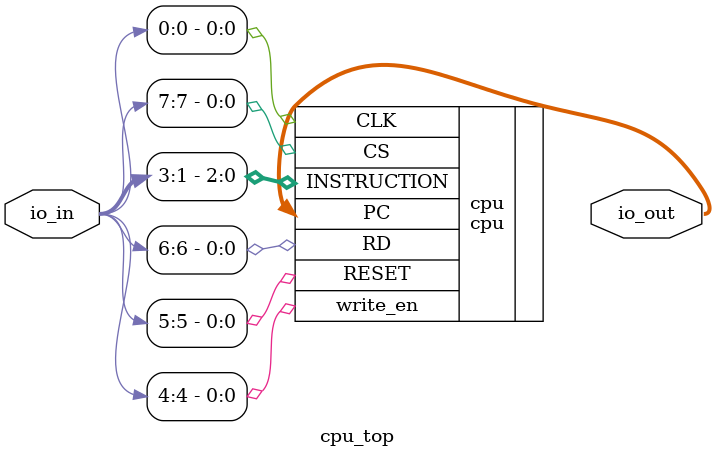
<source format=v>
module cpu_top (
	input [7:0] io_in,
	output [7:0] io_out
);
	
	cpu cpu(.INSTRUCTION(io_in[3:1]), .write_en(io_in[4]), .CLK(io_in[0]), 
					.RESET(io_in[5]), .RD(io_in[6]), .CS(io_in[7]), .PC(io_out[7:0])
				 );
	
endmodule

</source>
